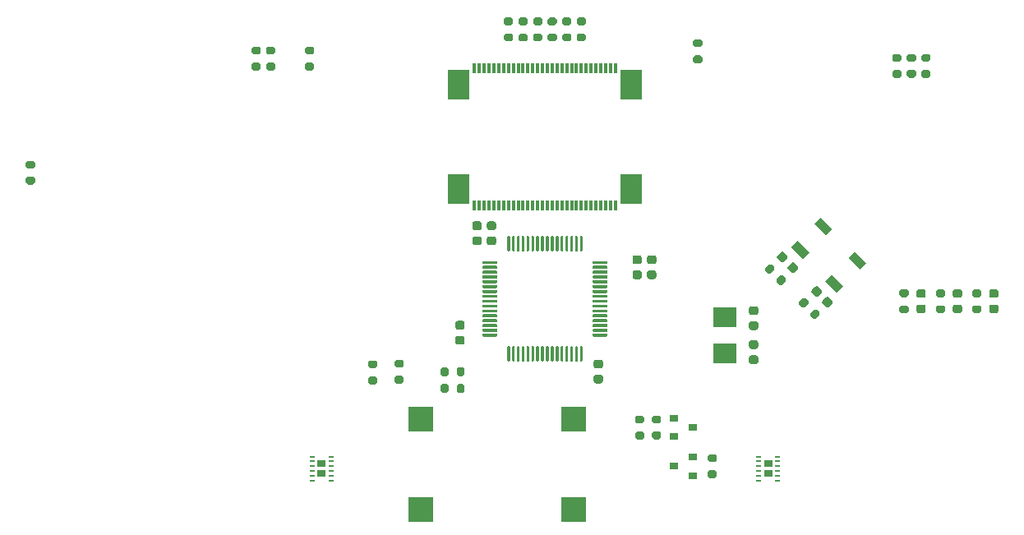
<source format=gbr>
%TF.GenerationSoftware,KiCad,Pcbnew,(5.1.7)-1*%
%TF.CreationDate,2021-05-04T00:49:10+02:00*%
%TF.ProjectId,Kaszmir,4b61737a-6d69-4722-9e6b-696361645f70,rev?*%
%TF.SameCoordinates,Original*%
%TF.FileFunction,Paste,Top*%
%TF.FilePolarity,Positive*%
%FSLAX46Y46*%
G04 Gerber Fmt 4.6, Leading zero omitted, Abs format (unit mm)*
G04 Created by KiCad (PCBNEW (5.1.7)-1) date 2021-05-04 00:49:10*
%MOMM*%
%LPD*%
G01*
G04 APERTURE LIST*
%ADD10R,0.300000X1.100000*%
%ADD11R,2.300000X3.100000*%
%ADD12R,0.950000X0.800000*%
%ADD13R,0.500000X0.250000*%
%ADD14R,2.400000X2.000000*%
%ADD15C,0.150000*%
%ADD16R,0.900000X0.800000*%
%ADD17R,2.540000X2.540000*%
G04 APERTURE END LIST*
%TO.C,R2*%
G36*
G01*
X111475000Y-112775000D02*
X112025000Y-112775000D01*
G75*
G02*
X112225000Y-112975000I0J-200000D01*
G01*
X112225000Y-113375000D01*
G75*
G02*
X112025000Y-113575000I-200000J0D01*
G01*
X111475000Y-113575000D01*
G75*
G02*
X111275000Y-113375000I0J200000D01*
G01*
X111275000Y-112975000D01*
G75*
G02*
X111475000Y-112775000I200000J0D01*
G01*
G37*
G36*
G01*
X111475000Y-114425000D02*
X112025000Y-114425000D01*
G75*
G02*
X112225000Y-114625000I0J-200000D01*
G01*
X112225000Y-115025000D01*
G75*
G02*
X112025000Y-115225000I-200000J0D01*
G01*
X111475000Y-115225000D01*
G75*
G02*
X111275000Y-115025000I0J200000D01*
G01*
X111275000Y-114625000D01*
G75*
G02*
X111475000Y-114425000I200000J0D01*
G01*
G37*
%TD*%
D10*
%TO.C,J1*%
X88750000Y-115750000D03*
X89250000Y-115750000D03*
X89750000Y-115750000D03*
X90250000Y-115750000D03*
X90750000Y-115750000D03*
X91250000Y-115750000D03*
D11*
X104920000Y-117450000D03*
X87080000Y-117450000D03*
D10*
X91750000Y-115750000D03*
X92250000Y-115750000D03*
X92750000Y-115750000D03*
X93250000Y-115750000D03*
X93750000Y-115750000D03*
X94250000Y-115750000D03*
X94750000Y-115750000D03*
X95250000Y-115750000D03*
X95750000Y-115750000D03*
X96250000Y-115750000D03*
X96750000Y-115750000D03*
X97250000Y-115750000D03*
X97750000Y-115750000D03*
X98250000Y-115750000D03*
X98750000Y-115750000D03*
X99250000Y-115750000D03*
X99750000Y-115750000D03*
X100250000Y-115750000D03*
X100750000Y-115750000D03*
X101250000Y-115750000D03*
X101750000Y-115750000D03*
X102250000Y-115750000D03*
X102750000Y-115750000D03*
X103250000Y-115750000D03*
%TD*%
%TO.C,R4*%
G36*
G01*
X71475000Y-113525000D02*
X72025000Y-113525000D01*
G75*
G02*
X72225000Y-113725000I0J-200000D01*
G01*
X72225000Y-114125000D01*
G75*
G02*
X72025000Y-114325000I-200000J0D01*
G01*
X71475000Y-114325000D01*
G75*
G02*
X71275000Y-114125000I0J200000D01*
G01*
X71275000Y-113725000D01*
G75*
G02*
X71475000Y-113525000I200000J0D01*
G01*
G37*
G36*
G01*
X71475000Y-115175000D02*
X72025000Y-115175000D01*
G75*
G02*
X72225000Y-115375000I0J-200000D01*
G01*
X72225000Y-115775000D01*
G75*
G02*
X72025000Y-115975000I-200000J0D01*
G01*
X71475000Y-115975000D01*
G75*
G02*
X71275000Y-115775000I0J200000D01*
G01*
X71275000Y-115375000D01*
G75*
G02*
X71475000Y-115175000I200000J0D01*
G01*
G37*
%TD*%
%TO.C,R5*%
G36*
G01*
X42725000Y-125275000D02*
X43275000Y-125275000D01*
G75*
G02*
X43475000Y-125475000I0J-200000D01*
G01*
X43475000Y-125875000D01*
G75*
G02*
X43275000Y-126075000I-200000J0D01*
G01*
X42725000Y-126075000D01*
G75*
G02*
X42525000Y-125875000I0J200000D01*
G01*
X42525000Y-125475000D01*
G75*
G02*
X42725000Y-125275000I200000J0D01*
G01*
G37*
G36*
G01*
X42725000Y-126925000D02*
X43275000Y-126925000D01*
G75*
G02*
X43475000Y-127125000I0J-200000D01*
G01*
X43475000Y-127525000D01*
G75*
G02*
X43275000Y-127725000I-200000J0D01*
G01*
X42725000Y-127725000D01*
G75*
G02*
X42525000Y-127525000I0J200000D01*
G01*
X42525000Y-127125000D01*
G75*
G02*
X42725000Y-126925000I200000J0D01*
G01*
G37*
%TD*%
%TO.C,R6*%
G36*
G01*
X135525000Y-116725000D02*
X134975000Y-116725000D01*
G75*
G02*
X134775000Y-116525000I0J200000D01*
G01*
X134775000Y-116125000D01*
G75*
G02*
X134975000Y-115925000I200000J0D01*
G01*
X135525000Y-115925000D01*
G75*
G02*
X135725000Y-116125000I0J-200000D01*
G01*
X135725000Y-116525000D01*
G75*
G02*
X135525000Y-116725000I-200000J0D01*
G01*
G37*
G36*
G01*
X135525000Y-115075000D02*
X134975000Y-115075000D01*
G75*
G02*
X134775000Y-114875000I0J200000D01*
G01*
X134775000Y-114475000D01*
G75*
G02*
X134975000Y-114275000I200000J0D01*
G01*
X135525000Y-114275000D01*
G75*
G02*
X135725000Y-114475000I0J-200000D01*
G01*
X135725000Y-114875000D01*
G75*
G02*
X135525000Y-115075000I-200000J0D01*
G01*
G37*
%TD*%
%TO.C,R8*%
G36*
G01*
X99475000Y-110525000D02*
X100025000Y-110525000D01*
G75*
G02*
X100225000Y-110725000I0J-200000D01*
G01*
X100225000Y-111125000D01*
G75*
G02*
X100025000Y-111325000I-200000J0D01*
G01*
X99475000Y-111325000D01*
G75*
G02*
X99275000Y-111125000I0J200000D01*
G01*
X99275000Y-110725000D01*
G75*
G02*
X99475000Y-110525000I200000J0D01*
G01*
G37*
G36*
G01*
X99475000Y-112175000D02*
X100025000Y-112175000D01*
G75*
G02*
X100225000Y-112375000I0J-200000D01*
G01*
X100225000Y-112775000D01*
G75*
G02*
X100025000Y-112975000I-200000J0D01*
G01*
X99475000Y-112975000D01*
G75*
G02*
X99275000Y-112775000I0J200000D01*
G01*
X99275000Y-112375000D01*
G75*
G02*
X99475000Y-112175000I200000J0D01*
G01*
G37*
%TD*%
%TO.C,R7*%
G36*
G01*
X132525000Y-116725000D02*
X131975000Y-116725000D01*
G75*
G02*
X131775000Y-116525000I0J200000D01*
G01*
X131775000Y-116125000D01*
G75*
G02*
X131975000Y-115925000I200000J0D01*
G01*
X132525000Y-115925000D01*
G75*
G02*
X132725000Y-116125000I0J-200000D01*
G01*
X132725000Y-116525000D01*
G75*
G02*
X132525000Y-116725000I-200000J0D01*
G01*
G37*
G36*
G01*
X132525000Y-115075000D02*
X131975000Y-115075000D01*
G75*
G02*
X131775000Y-114875000I0J200000D01*
G01*
X131775000Y-114475000D01*
G75*
G02*
X131975000Y-114275000I200000J0D01*
G01*
X132525000Y-114275000D01*
G75*
G02*
X132725000Y-114475000I0J-200000D01*
G01*
X132725000Y-114875000D01*
G75*
G02*
X132525000Y-115075000I-200000J0D01*
G01*
G37*
%TD*%
%TO.C,R10*%
G36*
G01*
X96475000Y-110525000D02*
X97025000Y-110525000D01*
G75*
G02*
X97225000Y-110725000I0J-200000D01*
G01*
X97225000Y-111125000D01*
G75*
G02*
X97025000Y-111325000I-200000J0D01*
G01*
X96475000Y-111325000D01*
G75*
G02*
X96275000Y-111125000I0J200000D01*
G01*
X96275000Y-110725000D01*
G75*
G02*
X96475000Y-110525000I200000J0D01*
G01*
G37*
G36*
G01*
X96475000Y-112175000D02*
X97025000Y-112175000D01*
G75*
G02*
X97225000Y-112375000I0J-200000D01*
G01*
X97225000Y-112775000D01*
G75*
G02*
X97025000Y-112975000I-200000J0D01*
G01*
X96475000Y-112975000D01*
G75*
G02*
X96275000Y-112775000I0J200000D01*
G01*
X96275000Y-112375000D01*
G75*
G02*
X96475000Y-112175000I200000J0D01*
G01*
G37*
%TD*%
%TO.C,R12*%
G36*
G01*
X93475000Y-110525000D02*
X94025000Y-110525000D01*
G75*
G02*
X94225000Y-110725000I0J-200000D01*
G01*
X94225000Y-111125000D01*
G75*
G02*
X94025000Y-111325000I-200000J0D01*
G01*
X93475000Y-111325000D01*
G75*
G02*
X93275000Y-111125000I0J200000D01*
G01*
X93275000Y-110725000D01*
G75*
G02*
X93475000Y-110525000I200000J0D01*
G01*
G37*
G36*
G01*
X93475000Y-112175000D02*
X94025000Y-112175000D01*
G75*
G02*
X94225000Y-112375000I0J-200000D01*
G01*
X94225000Y-112775000D01*
G75*
G02*
X94025000Y-112975000I-200000J0D01*
G01*
X93475000Y-112975000D01*
G75*
G02*
X93275000Y-112775000I0J200000D01*
G01*
X93275000Y-112375000D01*
G75*
G02*
X93475000Y-112175000I200000J0D01*
G01*
G37*
%TD*%
%TO.C,R13*%
G36*
G01*
X91975000Y-110525000D02*
X92525000Y-110525000D01*
G75*
G02*
X92725000Y-110725000I0J-200000D01*
G01*
X92725000Y-111125000D01*
G75*
G02*
X92525000Y-111325000I-200000J0D01*
G01*
X91975000Y-111325000D01*
G75*
G02*
X91775000Y-111125000I0J200000D01*
G01*
X91775000Y-110725000D01*
G75*
G02*
X91975000Y-110525000I200000J0D01*
G01*
G37*
G36*
G01*
X91975000Y-112175000D02*
X92525000Y-112175000D01*
G75*
G02*
X92725000Y-112375000I0J-200000D01*
G01*
X92725000Y-112775000D01*
G75*
G02*
X92525000Y-112975000I-200000J0D01*
G01*
X91975000Y-112975000D01*
G75*
G02*
X91775000Y-112775000I0J200000D01*
G01*
X91775000Y-112375000D01*
G75*
G02*
X91975000Y-112175000I200000J0D01*
G01*
G37*
%TD*%
%TO.C,R1*%
G36*
G01*
X133475000Y-114275000D02*
X134025000Y-114275000D01*
G75*
G02*
X134225000Y-114475000I0J-200000D01*
G01*
X134225000Y-114875000D01*
G75*
G02*
X134025000Y-115075000I-200000J0D01*
G01*
X133475000Y-115075000D01*
G75*
G02*
X133275000Y-114875000I0J200000D01*
G01*
X133275000Y-114475000D01*
G75*
G02*
X133475000Y-114275000I200000J0D01*
G01*
G37*
G36*
G01*
X133475000Y-115925000D02*
X134025000Y-115925000D01*
G75*
G02*
X134225000Y-116125000I0J-200000D01*
G01*
X134225000Y-116525000D01*
G75*
G02*
X134025000Y-116725000I-200000J0D01*
G01*
X133475000Y-116725000D01*
G75*
G02*
X133275000Y-116525000I0J200000D01*
G01*
X133275000Y-116125000D01*
G75*
G02*
X133475000Y-115925000I200000J0D01*
G01*
G37*
%TD*%
%TO.C,R9*%
G36*
G01*
X97975000Y-110525000D02*
X98525000Y-110525000D01*
G75*
G02*
X98725000Y-110725000I0J-200000D01*
G01*
X98725000Y-111125000D01*
G75*
G02*
X98525000Y-111325000I-200000J0D01*
G01*
X97975000Y-111325000D01*
G75*
G02*
X97775000Y-111125000I0J200000D01*
G01*
X97775000Y-110725000D01*
G75*
G02*
X97975000Y-110525000I200000J0D01*
G01*
G37*
G36*
G01*
X97975000Y-112175000D02*
X98525000Y-112175000D01*
G75*
G02*
X98725000Y-112375000I0J-200000D01*
G01*
X98725000Y-112775000D01*
G75*
G02*
X98525000Y-112975000I-200000J0D01*
G01*
X97975000Y-112975000D01*
G75*
G02*
X97775000Y-112775000I0J200000D01*
G01*
X97775000Y-112375000D01*
G75*
G02*
X97975000Y-112175000I200000J0D01*
G01*
G37*
%TD*%
%TO.C,R11*%
G36*
G01*
X94975000Y-110525000D02*
X95525000Y-110525000D01*
G75*
G02*
X95725000Y-110725000I0J-200000D01*
G01*
X95725000Y-111125000D01*
G75*
G02*
X95525000Y-111325000I-200000J0D01*
G01*
X94975000Y-111325000D01*
G75*
G02*
X94775000Y-111125000I0J200000D01*
G01*
X94775000Y-110725000D01*
G75*
G02*
X94975000Y-110525000I200000J0D01*
G01*
G37*
G36*
G01*
X94975000Y-112175000D02*
X95525000Y-112175000D01*
G75*
G02*
X95725000Y-112375000I0J-200000D01*
G01*
X95725000Y-112775000D01*
G75*
G02*
X95525000Y-112975000I-200000J0D01*
G01*
X94975000Y-112975000D01*
G75*
G02*
X94775000Y-112775000I0J200000D01*
G01*
X94775000Y-112375000D01*
G75*
G02*
X94975000Y-112175000I200000J0D01*
G01*
G37*
%TD*%
%TO.C,R15*%
G36*
G01*
X66525000Y-115975000D02*
X65975000Y-115975000D01*
G75*
G02*
X65775000Y-115775000I0J200000D01*
G01*
X65775000Y-115375000D01*
G75*
G02*
X65975000Y-115175000I200000J0D01*
G01*
X66525000Y-115175000D01*
G75*
G02*
X66725000Y-115375000I0J-200000D01*
G01*
X66725000Y-115775000D01*
G75*
G02*
X66525000Y-115975000I-200000J0D01*
G01*
G37*
G36*
G01*
X66525000Y-114325000D02*
X65975000Y-114325000D01*
G75*
G02*
X65775000Y-114125000I0J200000D01*
G01*
X65775000Y-113725000D01*
G75*
G02*
X65975000Y-113525000I200000J0D01*
G01*
X66525000Y-113525000D01*
G75*
G02*
X66725000Y-113725000I0J-200000D01*
G01*
X66725000Y-114125000D01*
G75*
G02*
X66525000Y-114325000I-200000J0D01*
G01*
G37*
%TD*%
%TO.C,R14*%
G36*
G01*
X68025000Y-115975000D02*
X67475000Y-115975000D01*
G75*
G02*
X67275000Y-115775000I0J200000D01*
G01*
X67275000Y-115375000D01*
G75*
G02*
X67475000Y-115175000I200000J0D01*
G01*
X68025000Y-115175000D01*
G75*
G02*
X68225000Y-115375000I0J-200000D01*
G01*
X68225000Y-115775000D01*
G75*
G02*
X68025000Y-115975000I-200000J0D01*
G01*
G37*
G36*
G01*
X68025000Y-114325000D02*
X67475000Y-114325000D01*
G75*
G02*
X67275000Y-114125000I0J200000D01*
G01*
X67275000Y-113725000D01*
G75*
G02*
X67475000Y-113525000I200000J0D01*
G01*
X68025000Y-113525000D01*
G75*
G02*
X68225000Y-113725000I0J-200000D01*
G01*
X68225000Y-114125000D01*
G75*
G02*
X68025000Y-114325000I-200000J0D01*
G01*
G37*
%TD*%
%TO.C,C12*%
G36*
G01*
X106750000Y-136575000D02*
X107250000Y-136575000D01*
G75*
G02*
X107475000Y-136800000I0J-225000D01*
G01*
X107475000Y-137250000D01*
G75*
G02*
X107250000Y-137475000I-225000J0D01*
G01*
X106750000Y-137475000D01*
G75*
G02*
X106525000Y-137250000I0J225000D01*
G01*
X106525000Y-136800000D01*
G75*
G02*
X106750000Y-136575000I225000J0D01*
G01*
G37*
G36*
G01*
X106750000Y-135025000D02*
X107250000Y-135025000D01*
G75*
G02*
X107475000Y-135250000I0J-225000D01*
G01*
X107475000Y-135700000D01*
G75*
G02*
X107250000Y-135925000I-225000J0D01*
G01*
X106750000Y-135925000D01*
G75*
G02*
X106525000Y-135700000I0J225000D01*
G01*
X106525000Y-135250000D01*
G75*
G02*
X106750000Y-135025000I225000J0D01*
G01*
G37*
%TD*%
%TO.C,C11*%
G36*
G01*
X105250000Y-136575000D02*
X105750000Y-136575000D01*
G75*
G02*
X105975000Y-136800000I0J-225000D01*
G01*
X105975000Y-137250000D01*
G75*
G02*
X105750000Y-137475000I-225000J0D01*
G01*
X105250000Y-137475000D01*
G75*
G02*
X105025000Y-137250000I0J225000D01*
G01*
X105025000Y-136800000D01*
G75*
G02*
X105250000Y-136575000I225000J0D01*
G01*
G37*
G36*
G01*
X105250000Y-135025000D02*
X105750000Y-135025000D01*
G75*
G02*
X105975000Y-135250000I0J-225000D01*
G01*
X105975000Y-135700000D01*
G75*
G02*
X105750000Y-135925000I-225000J0D01*
G01*
X105250000Y-135925000D01*
G75*
G02*
X105025000Y-135700000I0J225000D01*
G01*
X105025000Y-135250000D01*
G75*
G02*
X105250000Y-135025000I225000J0D01*
G01*
G37*
%TD*%
%TO.C,C9*%
G36*
G01*
X101250000Y-147325000D02*
X101750000Y-147325000D01*
G75*
G02*
X101975000Y-147550000I0J-225000D01*
G01*
X101975000Y-148000000D01*
G75*
G02*
X101750000Y-148225000I-225000J0D01*
G01*
X101250000Y-148225000D01*
G75*
G02*
X101025000Y-148000000I0J225000D01*
G01*
X101025000Y-147550000D01*
G75*
G02*
X101250000Y-147325000I225000J0D01*
G01*
G37*
G36*
G01*
X101250000Y-145775000D02*
X101750000Y-145775000D01*
G75*
G02*
X101975000Y-146000000I0J-225000D01*
G01*
X101975000Y-146450000D01*
G75*
G02*
X101750000Y-146675000I-225000J0D01*
G01*
X101250000Y-146675000D01*
G75*
G02*
X101025000Y-146450000I0J225000D01*
G01*
X101025000Y-146000000D01*
G75*
G02*
X101250000Y-145775000I225000J0D01*
G01*
G37*
%TD*%
%TO.C,C8*%
G36*
G01*
X90750000Y-132425000D02*
X90250000Y-132425000D01*
G75*
G02*
X90025000Y-132200000I0J225000D01*
G01*
X90025000Y-131750000D01*
G75*
G02*
X90250000Y-131525000I225000J0D01*
G01*
X90750000Y-131525000D01*
G75*
G02*
X90975000Y-131750000I0J-225000D01*
G01*
X90975000Y-132200000D01*
G75*
G02*
X90750000Y-132425000I-225000J0D01*
G01*
G37*
G36*
G01*
X90750000Y-133975000D02*
X90250000Y-133975000D01*
G75*
G02*
X90025000Y-133750000I0J225000D01*
G01*
X90025000Y-133300000D01*
G75*
G02*
X90250000Y-133075000I225000J0D01*
G01*
X90750000Y-133075000D01*
G75*
G02*
X90975000Y-133300000I0J-225000D01*
G01*
X90975000Y-133750000D01*
G75*
G02*
X90750000Y-133975000I-225000J0D01*
G01*
G37*
%TD*%
%TO.C,C7*%
G36*
G01*
X87500000Y-142675000D02*
X87000000Y-142675000D01*
G75*
G02*
X86775000Y-142450000I0J225000D01*
G01*
X86775000Y-142000000D01*
G75*
G02*
X87000000Y-141775000I225000J0D01*
G01*
X87500000Y-141775000D01*
G75*
G02*
X87725000Y-142000000I0J-225000D01*
G01*
X87725000Y-142450000D01*
G75*
G02*
X87500000Y-142675000I-225000J0D01*
G01*
G37*
G36*
G01*
X87500000Y-144225000D02*
X87000000Y-144225000D01*
G75*
G02*
X86775000Y-144000000I0J225000D01*
G01*
X86775000Y-143550000D01*
G75*
G02*
X87000000Y-143325000I225000J0D01*
G01*
X87500000Y-143325000D01*
G75*
G02*
X87725000Y-143550000I0J-225000D01*
G01*
X87725000Y-144000000D01*
G75*
G02*
X87500000Y-144225000I-225000J0D01*
G01*
G37*
%TD*%
%TO.C,C13*%
G36*
G01*
X89250000Y-132425000D02*
X88750000Y-132425000D01*
G75*
G02*
X88525000Y-132200000I0J225000D01*
G01*
X88525000Y-131750000D01*
G75*
G02*
X88750000Y-131525000I225000J0D01*
G01*
X89250000Y-131525000D01*
G75*
G02*
X89475000Y-131750000I0J-225000D01*
G01*
X89475000Y-132200000D01*
G75*
G02*
X89250000Y-132425000I-225000J0D01*
G01*
G37*
G36*
G01*
X89250000Y-133975000D02*
X88750000Y-133975000D01*
G75*
G02*
X88525000Y-133750000I0J225000D01*
G01*
X88525000Y-133300000D01*
G75*
G02*
X88750000Y-133075000I225000J0D01*
G01*
X89250000Y-133075000D01*
G75*
G02*
X89475000Y-133300000I0J-225000D01*
G01*
X89475000Y-133750000D01*
G75*
G02*
X89250000Y-133975000I-225000J0D01*
G01*
G37*
%TD*%
D12*
%TO.C,U1*%
X119000000Y-156500000D03*
X119000000Y-157500000D03*
D13*
X118050000Y-158250000D03*
X118050000Y-157750000D03*
X118050000Y-157250000D03*
X118050000Y-156750000D03*
X118050000Y-156250000D03*
X118050000Y-155750000D03*
X119950000Y-155750000D03*
X119950000Y-156250000D03*
X119950000Y-156750000D03*
X119950000Y-157250000D03*
X119950000Y-157750000D03*
X119950000Y-158250000D03*
%TD*%
D12*
%TO.C,U3*%
X73000000Y-157500000D03*
X73000000Y-156500000D03*
D13*
X73950000Y-155750000D03*
X73950000Y-156250000D03*
X73950000Y-156750000D03*
X73950000Y-157250000D03*
X73950000Y-157750000D03*
X73950000Y-158250000D03*
X72050000Y-158250000D03*
X72050000Y-157750000D03*
X72050000Y-157250000D03*
X72050000Y-156750000D03*
X72050000Y-156250000D03*
X72050000Y-155750000D03*
%TD*%
%TO.C,R13*%
G36*
G01*
X107775000Y-152325000D02*
X107225000Y-152325000D01*
G75*
G02*
X107025000Y-152125000I0J200000D01*
G01*
X107025000Y-151725000D01*
G75*
G02*
X107225000Y-151525000I200000J0D01*
G01*
X107775000Y-151525000D01*
G75*
G02*
X107975000Y-151725000I0J-200000D01*
G01*
X107975000Y-152125000D01*
G75*
G02*
X107775000Y-152325000I-200000J0D01*
G01*
G37*
G36*
G01*
X107775000Y-153975000D02*
X107225000Y-153975000D01*
G75*
G02*
X107025000Y-153775000I0J200000D01*
G01*
X107025000Y-153375000D01*
G75*
G02*
X107225000Y-153175000I200000J0D01*
G01*
X107775000Y-153175000D01*
G75*
G02*
X107975000Y-153375000I0J-200000D01*
G01*
X107975000Y-153775000D01*
G75*
G02*
X107775000Y-153975000I-200000J0D01*
G01*
G37*
%TD*%
D14*
%TO.C,Y1*%
X114500000Y-145100000D03*
X114500000Y-141400000D03*
%TD*%
%TO.C,U2*%
G36*
G01*
X99900000Y-144475000D02*
X99900000Y-145875000D01*
G75*
G02*
X99825000Y-145950000I-75000J0D01*
G01*
X99675000Y-145950000D01*
G75*
G02*
X99600000Y-145875000I0J75000D01*
G01*
X99600000Y-144475000D01*
G75*
G02*
X99675000Y-144400000I75000J0D01*
G01*
X99825000Y-144400000D01*
G75*
G02*
X99900000Y-144475000I0J-75000D01*
G01*
G37*
G36*
G01*
X99400000Y-144475000D02*
X99400000Y-145875000D01*
G75*
G02*
X99325000Y-145950000I-75000J0D01*
G01*
X99175000Y-145950000D01*
G75*
G02*
X99100000Y-145875000I0J75000D01*
G01*
X99100000Y-144475000D01*
G75*
G02*
X99175000Y-144400000I75000J0D01*
G01*
X99325000Y-144400000D01*
G75*
G02*
X99400000Y-144475000I0J-75000D01*
G01*
G37*
G36*
G01*
X98900000Y-144475000D02*
X98900000Y-145875000D01*
G75*
G02*
X98825000Y-145950000I-75000J0D01*
G01*
X98675000Y-145950000D01*
G75*
G02*
X98600000Y-145875000I0J75000D01*
G01*
X98600000Y-144475000D01*
G75*
G02*
X98675000Y-144400000I75000J0D01*
G01*
X98825000Y-144400000D01*
G75*
G02*
X98900000Y-144475000I0J-75000D01*
G01*
G37*
G36*
G01*
X98400000Y-144475000D02*
X98400000Y-145875000D01*
G75*
G02*
X98325000Y-145950000I-75000J0D01*
G01*
X98175000Y-145950000D01*
G75*
G02*
X98100000Y-145875000I0J75000D01*
G01*
X98100000Y-144475000D01*
G75*
G02*
X98175000Y-144400000I75000J0D01*
G01*
X98325000Y-144400000D01*
G75*
G02*
X98400000Y-144475000I0J-75000D01*
G01*
G37*
G36*
G01*
X97900000Y-144475000D02*
X97900000Y-145875000D01*
G75*
G02*
X97825000Y-145950000I-75000J0D01*
G01*
X97675000Y-145950000D01*
G75*
G02*
X97600000Y-145875000I0J75000D01*
G01*
X97600000Y-144475000D01*
G75*
G02*
X97675000Y-144400000I75000J0D01*
G01*
X97825000Y-144400000D01*
G75*
G02*
X97900000Y-144475000I0J-75000D01*
G01*
G37*
G36*
G01*
X97400000Y-144475000D02*
X97400000Y-145875000D01*
G75*
G02*
X97325000Y-145950000I-75000J0D01*
G01*
X97175000Y-145950000D01*
G75*
G02*
X97100000Y-145875000I0J75000D01*
G01*
X97100000Y-144475000D01*
G75*
G02*
X97175000Y-144400000I75000J0D01*
G01*
X97325000Y-144400000D01*
G75*
G02*
X97400000Y-144475000I0J-75000D01*
G01*
G37*
G36*
G01*
X96900000Y-144475000D02*
X96900000Y-145875000D01*
G75*
G02*
X96825000Y-145950000I-75000J0D01*
G01*
X96675000Y-145950000D01*
G75*
G02*
X96600000Y-145875000I0J75000D01*
G01*
X96600000Y-144475000D01*
G75*
G02*
X96675000Y-144400000I75000J0D01*
G01*
X96825000Y-144400000D01*
G75*
G02*
X96900000Y-144475000I0J-75000D01*
G01*
G37*
G36*
G01*
X96400000Y-144475000D02*
X96400000Y-145875000D01*
G75*
G02*
X96325000Y-145950000I-75000J0D01*
G01*
X96175000Y-145950000D01*
G75*
G02*
X96100000Y-145875000I0J75000D01*
G01*
X96100000Y-144475000D01*
G75*
G02*
X96175000Y-144400000I75000J0D01*
G01*
X96325000Y-144400000D01*
G75*
G02*
X96400000Y-144475000I0J-75000D01*
G01*
G37*
G36*
G01*
X95900000Y-144475000D02*
X95900000Y-145875000D01*
G75*
G02*
X95825000Y-145950000I-75000J0D01*
G01*
X95675000Y-145950000D01*
G75*
G02*
X95600000Y-145875000I0J75000D01*
G01*
X95600000Y-144475000D01*
G75*
G02*
X95675000Y-144400000I75000J0D01*
G01*
X95825000Y-144400000D01*
G75*
G02*
X95900000Y-144475000I0J-75000D01*
G01*
G37*
G36*
G01*
X95400000Y-144475000D02*
X95400000Y-145875000D01*
G75*
G02*
X95325000Y-145950000I-75000J0D01*
G01*
X95175000Y-145950000D01*
G75*
G02*
X95100000Y-145875000I0J75000D01*
G01*
X95100000Y-144475000D01*
G75*
G02*
X95175000Y-144400000I75000J0D01*
G01*
X95325000Y-144400000D01*
G75*
G02*
X95400000Y-144475000I0J-75000D01*
G01*
G37*
G36*
G01*
X94900000Y-144475000D02*
X94900000Y-145875000D01*
G75*
G02*
X94825000Y-145950000I-75000J0D01*
G01*
X94675000Y-145950000D01*
G75*
G02*
X94600000Y-145875000I0J75000D01*
G01*
X94600000Y-144475000D01*
G75*
G02*
X94675000Y-144400000I75000J0D01*
G01*
X94825000Y-144400000D01*
G75*
G02*
X94900000Y-144475000I0J-75000D01*
G01*
G37*
G36*
G01*
X94400000Y-144475000D02*
X94400000Y-145875000D01*
G75*
G02*
X94325000Y-145950000I-75000J0D01*
G01*
X94175000Y-145950000D01*
G75*
G02*
X94100000Y-145875000I0J75000D01*
G01*
X94100000Y-144475000D01*
G75*
G02*
X94175000Y-144400000I75000J0D01*
G01*
X94325000Y-144400000D01*
G75*
G02*
X94400000Y-144475000I0J-75000D01*
G01*
G37*
G36*
G01*
X93900000Y-144475000D02*
X93900000Y-145875000D01*
G75*
G02*
X93825000Y-145950000I-75000J0D01*
G01*
X93675000Y-145950000D01*
G75*
G02*
X93600000Y-145875000I0J75000D01*
G01*
X93600000Y-144475000D01*
G75*
G02*
X93675000Y-144400000I75000J0D01*
G01*
X93825000Y-144400000D01*
G75*
G02*
X93900000Y-144475000I0J-75000D01*
G01*
G37*
G36*
G01*
X93400000Y-144475000D02*
X93400000Y-145875000D01*
G75*
G02*
X93325000Y-145950000I-75000J0D01*
G01*
X93175000Y-145950000D01*
G75*
G02*
X93100000Y-145875000I0J75000D01*
G01*
X93100000Y-144475000D01*
G75*
G02*
X93175000Y-144400000I75000J0D01*
G01*
X93325000Y-144400000D01*
G75*
G02*
X93400000Y-144475000I0J-75000D01*
G01*
G37*
G36*
G01*
X92900000Y-144475000D02*
X92900000Y-145875000D01*
G75*
G02*
X92825000Y-145950000I-75000J0D01*
G01*
X92675000Y-145950000D01*
G75*
G02*
X92600000Y-145875000I0J75000D01*
G01*
X92600000Y-144475000D01*
G75*
G02*
X92675000Y-144400000I75000J0D01*
G01*
X92825000Y-144400000D01*
G75*
G02*
X92900000Y-144475000I0J-75000D01*
G01*
G37*
G36*
G01*
X92400000Y-144475000D02*
X92400000Y-145875000D01*
G75*
G02*
X92325000Y-145950000I-75000J0D01*
G01*
X92175000Y-145950000D01*
G75*
G02*
X92100000Y-145875000I0J75000D01*
G01*
X92100000Y-144475000D01*
G75*
G02*
X92175000Y-144400000I75000J0D01*
G01*
X92325000Y-144400000D01*
G75*
G02*
X92400000Y-144475000I0J-75000D01*
G01*
G37*
G36*
G01*
X91100000Y-143175000D02*
X91100000Y-143325000D01*
G75*
G02*
X91025000Y-143400000I-75000J0D01*
G01*
X89625000Y-143400000D01*
G75*
G02*
X89550000Y-143325000I0J75000D01*
G01*
X89550000Y-143175000D01*
G75*
G02*
X89625000Y-143100000I75000J0D01*
G01*
X91025000Y-143100000D01*
G75*
G02*
X91100000Y-143175000I0J-75000D01*
G01*
G37*
G36*
G01*
X91100000Y-142675000D02*
X91100000Y-142825000D01*
G75*
G02*
X91025000Y-142900000I-75000J0D01*
G01*
X89625000Y-142900000D01*
G75*
G02*
X89550000Y-142825000I0J75000D01*
G01*
X89550000Y-142675000D01*
G75*
G02*
X89625000Y-142600000I75000J0D01*
G01*
X91025000Y-142600000D01*
G75*
G02*
X91100000Y-142675000I0J-75000D01*
G01*
G37*
G36*
G01*
X91100000Y-142175000D02*
X91100000Y-142325000D01*
G75*
G02*
X91025000Y-142400000I-75000J0D01*
G01*
X89625000Y-142400000D01*
G75*
G02*
X89550000Y-142325000I0J75000D01*
G01*
X89550000Y-142175000D01*
G75*
G02*
X89625000Y-142100000I75000J0D01*
G01*
X91025000Y-142100000D01*
G75*
G02*
X91100000Y-142175000I0J-75000D01*
G01*
G37*
G36*
G01*
X91100000Y-141675000D02*
X91100000Y-141825000D01*
G75*
G02*
X91025000Y-141900000I-75000J0D01*
G01*
X89625000Y-141900000D01*
G75*
G02*
X89550000Y-141825000I0J75000D01*
G01*
X89550000Y-141675000D01*
G75*
G02*
X89625000Y-141600000I75000J0D01*
G01*
X91025000Y-141600000D01*
G75*
G02*
X91100000Y-141675000I0J-75000D01*
G01*
G37*
G36*
G01*
X91100000Y-141175000D02*
X91100000Y-141325000D01*
G75*
G02*
X91025000Y-141400000I-75000J0D01*
G01*
X89625000Y-141400000D01*
G75*
G02*
X89550000Y-141325000I0J75000D01*
G01*
X89550000Y-141175000D01*
G75*
G02*
X89625000Y-141100000I75000J0D01*
G01*
X91025000Y-141100000D01*
G75*
G02*
X91100000Y-141175000I0J-75000D01*
G01*
G37*
G36*
G01*
X91100000Y-140675000D02*
X91100000Y-140825000D01*
G75*
G02*
X91025000Y-140900000I-75000J0D01*
G01*
X89625000Y-140900000D01*
G75*
G02*
X89550000Y-140825000I0J75000D01*
G01*
X89550000Y-140675000D01*
G75*
G02*
X89625000Y-140600000I75000J0D01*
G01*
X91025000Y-140600000D01*
G75*
G02*
X91100000Y-140675000I0J-75000D01*
G01*
G37*
G36*
G01*
X91100000Y-140175000D02*
X91100000Y-140325000D01*
G75*
G02*
X91025000Y-140400000I-75000J0D01*
G01*
X89625000Y-140400000D01*
G75*
G02*
X89550000Y-140325000I0J75000D01*
G01*
X89550000Y-140175000D01*
G75*
G02*
X89625000Y-140100000I75000J0D01*
G01*
X91025000Y-140100000D01*
G75*
G02*
X91100000Y-140175000I0J-75000D01*
G01*
G37*
G36*
G01*
X91100000Y-139675000D02*
X91100000Y-139825000D01*
G75*
G02*
X91025000Y-139900000I-75000J0D01*
G01*
X89625000Y-139900000D01*
G75*
G02*
X89550000Y-139825000I0J75000D01*
G01*
X89550000Y-139675000D01*
G75*
G02*
X89625000Y-139600000I75000J0D01*
G01*
X91025000Y-139600000D01*
G75*
G02*
X91100000Y-139675000I0J-75000D01*
G01*
G37*
G36*
G01*
X91100000Y-139175000D02*
X91100000Y-139325000D01*
G75*
G02*
X91025000Y-139400000I-75000J0D01*
G01*
X89625000Y-139400000D01*
G75*
G02*
X89550000Y-139325000I0J75000D01*
G01*
X89550000Y-139175000D01*
G75*
G02*
X89625000Y-139100000I75000J0D01*
G01*
X91025000Y-139100000D01*
G75*
G02*
X91100000Y-139175000I0J-75000D01*
G01*
G37*
G36*
G01*
X91100000Y-138675000D02*
X91100000Y-138825000D01*
G75*
G02*
X91025000Y-138900000I-75000J0D01*
G01*
X89625000Y-138900000D01*
G75*
G02*
X89550000Y-138825000I0J75000D01*
G01*
X89550000Y-138675000D01*
G75*
G02*
X89625000Y-138600000I75000J0D01*
G01*
X91025000Y-138600000D01*
G75*
G02*
X91100000Y-138675000I0J-75000D01*
G01*
G37*
G36*
G01*
X91100000Y-138175000D02*
X91100000Y-138325000D01*
G75*
G02*
X91025000Y-138400000I-75000J0D01*
G01*
X89625000Y-138400000D01*
G75*
G02*
X89550000Y-138325000I0J75000D01*
G01*
X89550000Y-138175000D01*
G75*
G02*
X89625000Y-138100000I75000J0D01*
G01*
X91025000Y-138100000D01*
G75*
G02*
X91100000Y-138175000I0J-75000D01*
G01*
G37*
G36*
G01*
X91100000Y-137675000D02*
X91100000Y-137825000D01*
G75*
G02*
X91025000Y-137900000I-75000J0D01*
G01*
X89625000Y-137900000D01*
G75*
G02*
X89550000Y-137825000I0J75000D01*
G01*
X89550000Y-137675000D01*
G75*
G02*
X89625000Y-137600000I75000J0D01*
G01*
X91025000Y-137600000D01*
G75*
G02*
X91100000Y-137675000I0J-75000D01*
G01*
G37*
G36*
G01*
X91100000Y-137175000D02*
X91100000Y-137325000D01*
G75*
G02*
X91025000Y-137400000I-75000J0D01*
G01*
X89625000Y-137400000D01*
G75*
G02*
X89550000Y-137325000I0J75000D01*
G01*
X89550000Y-137175000D01*
G75*
G02*
X89625000Y-137100000I75000J0D01*
G01*
X91025000Y-137100000D01*
G75*
G02*
X91100000Y-137175000I0J-75000D01*
G01*
G37*
G36*
G01*
X91100000Y-136675000D02*
X91100000Y-136825000D01*
G75*
G02*
X91025000Y-136900000I-75000J0D01*
G01*
X89625000Y-136900000D01*
G75*
G02*
X89550000Y-136825000I0J75000D01*
G01*
X89550000Y-136675000D01*
G75*
G02*
X89625000Y-136600000I75000J0D01*
G01*
X91025000Y-136600000D01*
G75*
G02*
X91100000Y-136675000I0J-75000D01*
G01*
G37*
G36*
G01*
X91100000Y-136175000D02*
X91100000Y-136325000D01*
G75*
G02*
X91025000Y-136400000I-75000J0D01*
G01*
X89625000Y-136400000D01*
G75*
G02*
X89550000Y-136325000I0J75000D01*
G01*
X89550000Y-136175000D01*
G75*
G02*
X89625000Y-136100000I75000J0D01*
G01*
X91025000Y-136100000D01*
G75*
G02*
X91100000Y-136175000I0J-75000D01*
G01*
G37*
G36*
G01*
X91100000Y-135675000D02*
X91100000Y-135825000D01*
G75*
G02*
X91025000Y-135900000I-75000J0D01*
G01*
X89625000Y-135900000D01*
G75*
G02*
X89550000Y-135825000I0J75000D01*
G01*
X89550000Y-135675000D01*
G75*
G02*
X89625000Y-135600000I75000J0D01*
G01*
X91025000Y-135600000D01*
G75*
G02*
X91100000Y-135675000I0J-75000D01*
G01*
G37*
G36*
G01*
X92400000Y-133125000D02*
X92400000Y-134525000D01*
G75*
G02*
X92325000Y-134600000I-75000J0D01*
G01*
X92175000Y-134600000D01*
G75*
G02*
X92100000Y-134525000I0J75000D01*
G01*
X92100000Y-133125000D01*
G75*
G02*
X92175000Y-133050000I75000J0D01*
G01*
X92325000Y-133050000D01*
G75*
G02*
X92400000Y-133125000I0J-75000D01*
G01*
G37*
G36*
G01*
X92900000Y-133125000D02*
X92900000Y-134525000D01*
G75*
G02*
X92825000Y-134600000I-75000J0D01*
G01*
X92675000Y-134600000D01*
G75*
G02*
X92600000Y-134525000I0J75000D01*
G01*
X92600000Y-133125000D01*
G75*
G02*
X92675000Y-133050000I75000J0D01*
G01*
X92825000Y-133050000D01*
G75*
G02*
X92900000Y-133125000I0J-75000D01*
G01*
G37*
G36*
G01*
X93400000Y-133125000D02*
X93400000Y-134525000D01*
G75*
G02*
X93325000Y-134600000I-75000J0D01*
G01*
X93175000Y-134600000D01*
G75*
G02*
X93100000Y-134525000I0J75000D01*
G01*
X93100000Y-133125000D01*
G75*
G02*
X93175000Y-133050000I75000J0D01*
G01*
X93325000Y-133050000D01*
G75*
G02*
X93400000Y-133125000I0J-75000D01*
G01*
G37*
G36*
G01*
X93900000Y-133125000D02*
X93900000Y-134525000D01*
G75*
G02*
X93825000Y-134600000I-75000J0D01*
G01*
X93675000Y-134600000D01*
G75*
G02*
X93600000Y-134525000I0J75000D01*
G01*
X93600000Y-133125000D01*
G75*
G02*
X93675000Y-133050000I75000J0D01*
G01*
X93825000Y-133050000D01*
G75*
G02*
X93900000Y-133125000I0J-75000D01*
G01*
G37*
G36*
G01*
X94400000Y-133125000D02*
X94400000Y-134525000D01*
G75*
G02*
X94325000Y-134600000I-75000J0D01*
G01*
X94175000Y-134600000D01*
G75*
G02*
X94100000Y-134525000I0J75000D01*
G01*
X94100000Y-133125000D01*
G75*
G02*
X94175000Y-133050000I75000J0D01*
G01*
X94325000Y-133050000D01*
G75*
G02*
X94400000Y-133125000I0J-75000D01*
G01*
G37*
G36*
G01*
X94900000Y-133125000D02*
X94900000Y-134525000D01*
G75*
G02*
X94825000Y-134600000I-75000J0D01*
G01*
X94675000Y-134600000D01*
G75*
G02*
X94600000Y-134525000I0J75000D01*
G01*
X94600000Y-133125000D01*
G75*
G02*
X94675000Y-133050000I75000J0D01*
G01*
X94825000Y-133050000D01*
G75*
G02*
X94900000Y-133125000I0J-75000D01*
G01*
G37*
G36*
G01*
X95400000Y-133125000D02*
X95400000Y-134525000D01*
G75*
G02*
X95325000Y-134600000I-75000J0D01*
G01*
X95175000Y-134600000D01*
G75*
G02*
X95100000Y-134525000I0J75000D01*
G01*
X95100000Y-133125000D01*
G75*
G02*
X95175000Y-133050000I75000J0D01*
G01*
X95325000Y-133050000D01*
G75*
G02*
X95400000Y-133125000I0J-75000D01*
G01*
G37*
G36*
G01*
X95900000Y-133125000D02*
X95900000Y-134525000D01*
G75*
G02*
X95825000Y-134600000I-75000J0D01*
G01*
X95675000Y-134600000D01*
G75*
G02*
X95600000Y-134525000I0J75000D01*
G01*
X95600000Y-133125000D01*
G75*
G02*
X95675000Y-133050000I75000J0D01*
G01*
X95825000Y-133050000D01*
G75*
G02*
X95900000Y-133125000I0J-75000D01*
G01*
G37*
G36*
G01*
X96400000Y-133125000D02*
X96400000Y-134525000D01*
G75*
G02*
X96325000Y-134600000I-75000J0D01*
G01*
X96175000Y-134600000D01*
G75*
G02*
X96100000Y-134525000I0J75000D01*
G01*
X96100000Y-133125000D01*
G75*
G02*
X96175000Y-133050000I75000J0D01*
G01*
X96325000Y-133050000D01*
G75*
G02*
X96400000Y-133125000I0J-75000D01*
G01*
G37*
G36*
G01*
X96900000Y-133125000D02*
X96900000Y-134525000D01*
G75*
G02*
X96825000Y-134600000I-75000J0D01*
G01*
X96675000Y-134600000D01*
G75*
G02*
X96600000Y-134525000I0J75000D01*
G01*
X96600000Y-133125000D01*
G75*
G02*
X96675000Y-133050000I75000J0D01*
G01*
X96825000Y-133050000D01*
G75*
G02*
X96900000Y-133125000I0J-75000D01*
G01*
G37*
G36*
G01*
X97400000Y-133125000D02*
X97400000Y-134525000D01*
G75*
G02*
X97325000Y-134600000I-75000J0D01*
G01*
X97175000Y-134600000D01*
G75*
G02*
X97100000Y-134525000I0J75000D01*
G01*
X97100000Y-133125000D01*
G75*
G02*
X97175000Y-133050000I75000J0D01*
G01*
X97325000Y-133050000D01*
G75*
G02*
X97400000Y-133125000I0J-75000D01*
G01*
G37*
G36*
G01*
X97900000Y-133125000D02*
X97900000Y-134525000D01*
G75*
G02*
X97825000Y-134600000I-75000J0D01*
G01*
X97675000Y-134600000D01*
G75*
G02*
X97600000Y-134525000I0J75000D01*
G01*
X97600000Y-133125000D01*
G75*
G02*
X97675000Y-133050000I75000J0D01*
G01*
X97825000Y-133050000D01*
G75*
G02*
X97900000Y-133125000I0J-75000D01*
G01*
G37*
G36*
G01*
X98400000Y-133125000D02*
X98400000Y-134525000D01*
G75*
G02*
X98325000Y-134600000I-75000J0D01*
G01*
X98175000Y-134600000D01*
G75*
G02*
X98100000Y-134525000I0J75000D01*
G01*
X98100000Y-133125000D01*
G75*
G02*
X98175000Y-133050000I75000J0D01*
G01*
X98325000Y-133050000D01*
G75*
G02*
X98400000Y-133125000I0J-75000D01*
G01*
G37*
G36*
G01*
X98900000Y-133125000D02*
X98900000Y-134525000D01*
G75*
G02*
X98825000Y-134600000I-75000J0D01*
G01*
X98675000Y-134600000D01*
G75*
G02*
X98600000Y-134525000I0J75000D01*
G01*
X98600000Y-133125000D01*
G75*
G02*
X98675000Y-133050000I75000J0D01*
G01*
X98825000Y-133050000D01*
G75*
G02*
X98900000Y-133125000I0J-75000D01*
G01*
G37*
G36*
G01*
X99400000Y-133125000D02*
X99400000Y-134525000D01*
G75*
G02*
X99325000Y-134600000I-75000J0D01*
G01*
X99175000Y-134600000D01*
G75*
G02*
X99100000Y-134525000I0J75000D01*
G01*
X99100000Y-133125000D01*
G75*
G02*
X99175000Y-133050000I75000J0D01*
G01*
X99325000Y-133050000D01*
G75*
G02*
X99400000Y-133125000I0J-75000D01*
G01*
G37*
G36*
G01*
X99900000Y-133125000D02*
X99900000Y-134525000D01*
G75*
G02*
X99825000Y-134600000I-75000J0D01*
G01*
X99675000Y-134600000D01*
G75*
G02*
X99600000Y-134525000I0J75000D01*
G01*
X99600000Y-133125000D01*
G75*
G02*
X99675000Y-133050000I75000J0D01*
G01*
X99825000Y-133050000D01*
G75*
G02*
X99900000Y-133125000I0J-75000D01*
G01*
G37*
G36*
G01*
X102450000Y-135675000D02*
X102450000Y-135825000D01*
G75*
G02*
X102375000Y-135900000I-75000J0D01*
G01*
X100975000Y-135900000D01*
G75*
G02*
X100900000Y-135825000I0J75000D01*
G01*
X100900000Y-135675000D01*
G75*
G02*
X100975000Y-135600000I75000J0D01*
G01*
X102375000Y-135600000D01*
G75*
G02*
X102450000Y-135675000I0J-75000D01*
G01*
G37*
G36*
G01*
X102450000Y-136175000D02*
X102450000Y-136325000D01*
G75*
G02*
X102375000Y-136400000I-75000J0D01*
G01*
X100975000Y-136400000D01*
G75*
G02*
X100900000Y-136325000I0J75000D01*
G01*
X100900000Y-136175000D01*
G75*
G02*
X100975000Y-136100000I75000J0D01*
G01*
X102375000Y-136100000D01*
G75*
G02*
X102450000Y-136175000I0J-75000D01*
G01*
G37*
G36*
G01*
X102450000Y-136675000D02*
X102450000Y-136825000D01*
G75*
G02*
X102375000Y-136900000I-75000J0D01*
G01*
X100975000Y-136900000D01*
G75*
G02*
X100900000Y-136825000I0J75000D01*
G01*
X100900000Y-136675000D01*
G75*
G02*
X100975000Y-136600000I75000J0D01*
G01*
X102375000Y-136600000D01*
G75*
G02*
X102450000Y-136675000I0J-75000D01*
G01*
G37*
G36*
G01*
X102450000Y-137175000D02*
X102450000Y-137325000D01*
G75*
G02*
X102375000Y-137400000I-75000J0D01*
G01*
X100975000Y-137400000D01*
G75*
G02*
X100900000Y-137325000I0J75000D01*
G01*
X100900000Y-137175000D01*
G75*
G02*
X100975000Y-137100000I75000J0D01*
G01*
X102375000Y-137100000D01*
G75*
G02*
X102450000Y-137175000I0J-75000D01*
G01*
G37*
G36*
G01*
X102450000Y-137675000D02*
X102450000Y-137825000D01*
G75*
G02*
X102375000Y-137900000I-75000J0D01*
G01*
X100975000Y-137900000D01*
G75*
G02*
X100900000Y-137825000I0J75000D01*
G01*
X100900000Y-137675000D01*
G75*
G02*
X100975000Y-137600000I75000J0D01*
G01*
X102375000Y-137600000D01*
G75*
G02*
X102450000Y-137675000I0J-75000D01*
G01*
G37*
G36*
G01*
X102450000Y-138175000D02*
X102450000Y-138325000D01*
G75*
G02*
X102375000Y-138400000I-75000J0D01*
G01*
X100975000Y-138400000D01*
G75*
G02*
X100900000Y-138325000I0J75000D01*
G01*
X100900000Y-138175000D01*
G75*
G02*
X100975000Y-138100000I75000J0D01*
G01*
X102375000Y-138100000D01*
G75*
G02*
X102450000Y-138175000I0J-75000D01*
G01*
G37*
G36*
G01*
X102450000Y-138675000D02*
X102450000Y-138825000D01*
G75*
G02*
X102375000Y-138900000I-75000J0D01*
G01*
X100975000Y-138900000D01*
G75*
G02*
X100900000Y-138825000I0J75000D01*
G01*
X100900000Y-138675000D01*
G75*
G02*
X100975000Y-138600000I75000J0D01*
G01*
X102375000Y-138600000D01*
G75*
G02*
X102450000Y-138675000I0J-75000D01*
G01*
G37*
G36*
G01*
X102450000Y-139175000D02*
X102450000Y-139325000D01*
G75*
G02*
X102375000Y-139400000I-75000J0D01*
G01*
X100975000Y-139400000D01*
G75*
G02*
X100900000Y-139325000I0J75000D01*
G01*
X100900000Y-139175000D01*
G75*
G02*
X100975000Y-139100000I75000J0D01*
G01*
X102375000Y-139100000D01*
G75*
G02*
X102450000Y-139175000I0J-75000D01*
G01*
G37*
G36*
G01*
X102450000Y-139675000D02*
X102450000Y-139825000D01*
G75*
G02*
X102375000Y-139900000I-75000J0D01*
G01*
X100975000Y-139900000D01*
G75*
G02*
X100900000Y-139825000I0J75000D01*
G01*
X100900000Y-139675000D01*
G75*
G02*
X100975000Y-139600000I75000J0D01*
G01*
X102375000Y-139600000D01*
G75*
G02*
X102450000Y-139675000I0J-75000D01*
G01*
G37*
G36*
G01*
X102450000Y-140175000D02*
X102450000Y-140325000D01*
G75*
G02*
X102375000Y-140400000I-75000J0D01*
G01*
X100975000Y-140400000D01*
G75*
G02*
X100900000Y-140325000I0J75000D01*
G01*
X100900000Y-140175000D01*
G75*
G02*
X100975000Y-140100000I75000J0D01*
G01*
X102375000Y-140100000D01*
G75*
G02*
X102450000Y-140175000I0J-75000D01*
G01*
G37*
G36*
G01*
X102450000Y-140675000D02*
X102450000Y-140825000D01*
G75*
G02*
X102375000Y-140900000I-75000J0D01*
G01*
X100975000Y-140900000D01*
G75*
G02*
X100900000Y-140825000I0J75000D01*
G01*
X100900000Y-140675000D01*
G75*
G02*
X100975000Y-140600000I75000J0D01*
G01*
X102375000Y-140600000D01*
G75*
G02*
X102450000Y-140675000I0J-75000D01*
G01*
G37*
G36*
G01*
X102450000Y-141175000D02*
X102450000Y-141325000D01*
G75*
G02*
X102375000Y-141400000I-75000J0D01*
G01*
X100975000Y-141400000D01*
G75*
G02*
X100900000Y-141325000I0J75000D01*
G01*
X100900000Y-141175000D01*
G75*
G02*
X100975000Y-141100000I75000J0D01*
G01*
X102375000Y-141100000D01*
G75*
G02*
X102450000Y-141175000I0J-75000D01*
G01*
G37*
G36*
G01*
X102450000Y-141675000D02*
X102450000Y-141825000D01*
G75*
G02*
X102375000Y-141900000I-75000J0D01*
G01*
X100975000Y-141900000D01*
G75*
G02*
X100900000Y-141825000I0J75000D01*
G01*
X100900000Y-141675000D01*
G75*
G02*
X100975000Y-141600000I75000J0D01*
G01*
X102375000Y-141600000D01*
G75*
G02*
X102450000Y-141675000I0J-75000D01*
G01*
G37*
G36*
G01*
X102450000Y-142175000D02*
X102450000Y-142325000D01*
G75*
G02*
X102375000Y-142400000I-75000J0D01*
G01*
X100975000Y-142400000D01*
G75*
G02*
X100900000Y-142325000I0J75000D01*
G01*
X100900000Y-142175000D01*
G75*
G02*
X100975000Y-142100000I75000J0D01*
G01*
X102375000Y-142100000D01*
G75*
G02*
X102450000Y-142175000I0J-75000D01*
G01*
G37*
G36*
G01*
X102450000Y-142675000D02*
X102450000Y-142825000D01*
G75*
G02*
X102375000Y-142900000I-75000J0D01*
G01*
X100975000Y-142900000D01*
G75*
G02*
X100900000Y-142825000I0J75000D01*
G01*
X100900000Y-142675000D01*
G75*
G02*
X100975000Y-142600000I75000J0D01*
G01*
X102375000Y-142600000D01*
G75*
G02*
X102450000Y-142675000I0J-75000D01*
G01*
G37*
G36*
G01*
X102450000Y-143175000D02*
X102450000Y-143325000D01*
G75*
G02*
X102375000Y-143400000I-75000J0D01*
G01*
X100975000Y-143400000D01*
G75*
G02*
X100900000Y-143325000I0J75000D01*
G01*
X100900000Y-143175000D01*
G75*
G02*
X100975000Y-143100000I75000J0D01*
G01*
X102375000Y-143100000D01*
G75*
G02*
X102450000Y-143175000I0J-75000D01*
G01*
G37*
%TD*%
D15*
%TO.C,SW3*%
G36*
X122015075Y-133532843D02*
G01*
X123217157Y-134734925D01*
X122580761Y-135371321D01*
X121378679Y-134169239D01*
X122015075Y-133532843D01*
G37*
G36*
X124419239Y-131128679D02*
G01*
X125621321Y-132330761D01*
X124984925Y-132967157D01*
X123782843Y-131765075D01*
X124419239Y-131128679D01*
G37*
%TD*%
%TO.C,SW2*%
G36*
X125515075Y-137032843D02*
G01*
X126717157Y-138234925D01*
X126080761Y-138871321D01*
X124878679Y-137669239D01*
X125515075Y-137032843D01*
G37*
G36*
X127919239Y-134628679D02*
G01*
X129121321Y-135830761D01*
X128484925Y-136467157D01*
X127282843Y-135265075D01*
X127919239Y-134628679D01*
G37*
%TD*%
%TO.C,R11*%
G36*
G01*
X77975000Y-147500000D02*
X78525000Y-147500000D01*
G75*
G02*
X78725000Y-147700000I0J-200000D01*
G01*
X78725000Y-148100000D01*
G75*
G02*
X78525000Y-148300000I-200000J0D01*
G01*
X77975000Y-148300000D01*
G75*
G02*
X77775000Y-148100000I0J200000D01*
G01*
X77775000Y-147700000D01*
G75*
G02*
X77975000Y-147500000I200000J0D01*
G01*
G37*
G36*
G01*
X77975000Y-145850000D02*
X78525000Y-145850000D01*
G75*
G02*
X78725000Y-146050000I0J-200000D01*
G01*
X78725000Y-146450000D01*
G75*
G02*
X78525000Y-146650000I-200000J0D01*
G01*
X77975000Y-146650000D01*
G75*
G02*
X77775000Y-146450000I0J200000D01*
G01*
X77775000Y-146050000D01*
G75*
G02*
X77975000Y-145850000I200000J0D01*
G01*
G37*
%TD*%
%TO.C,R10*%
G36*
G01*
X80725000Y-147425000D02*
X81275000Y-147425000D01*
G75*
G02*
X81475000Y-147625000I0J-200000D01*
G01*
X81475000Y-148025000D01*
G75*
G02*
X81275000Y-148225000I-200000J0D01*
G01*
X80725000Y-148225000D01*
G75*
G02*
X80525000Y-148025000I0J200000D01*
G01*
X80525000Y-147625000D01*
G75*
G02*
X80725000Y-147425000I200000J0D01*
G01*
G37*
G36*
G01*
X80725000Y-145775000D02*
X81275000Y-145775000D01*
G75*
G02*
X81475000Y-145975000I0J-200000D01*
G01*
X81475000Y-146375000D01*
G75*
G02*
X81275000Y-146575000I-200000J0D01*
G01*
X80725000Y-146575000D01*
G75*
G02*
X80525000Y-146375000I0J200000D01*
G01*
X80525000Y-145975000D01*
G75*
G02*
X80725000Y-145775000I200000J0D01*
G01*
G37*
%TD*%
%TO.C,R9*%
G36*
G01*
X86075000Y-148475000D02*
X86075000Y-149025000D01*
G75*
G02*
X85875000Y-149225000I-200000J0D01*
G01*
X85475000Y-149225000D01*
G75*
G02*
X85275000Y-149025000I0J200000D01*
G01*
X85275000Y-148475000D01*
G75*
G02*
X85475000Y-148275000I200000J0D01*
G01*
X85875000Y-148275000D01*
G75*
G02*
X86075000Y-148475000I0J-200000D01*
G01*
G37*
G36*
G01*
X87725000Y-148475000D02*
X87725000Y-149025000D01*
G75*
G02*
X87525000Y-149225000I-200000J0D01*
G01*
X87125000Y-149225000D01*
G75*
G02*
X86925000Y-149025000I0J200000D01*
G01*
X86925000Y-148475000D01*
G75*
G02*
X87125000Y-148275000I200000J0D01*
G01*
X87525000Y-148275000D01*
G75*
G02*
X87725000Y-148475000I0J-200000D01*
G01*
G37*
%TD*%
%TO.C,R8*%
G36*
G01*
X86075000Y-146725000D02*
X86075000Y-147275000D01*
G75*
G02*
X85875000Y-147475000I-200000J0D01*
G01*
X85475000Y-147475000D01*
G75*
G02*
X85275000Y-147275000I0J200000D01*
G01*
X85275000Y-146725000D01*
G75*
G02*
X85475000Y-146525000I200000J0D01*
G01*
X85875000Y-146525000D01*
G75*
G02*
X86075000Y-146725000I0J-200000D01*
G01*
G37*
G36*
G01*
X87725000Y-146725000D02*
X87725000Y-147275000D01*
G75*
G02*
X87525000Y-147475000I-200000J0D01*
G01*
X87125000Y-147475000D01*
G75*
G02*
X86925000Y-147275000I0J200000D01*
G01*
X86925000Y-146725000D01*
G75*
G02*
X87125000Y-146525000I200000J0D01*
G01*
X87525000Y-146525000D01*
G75*
G02*
X87725000Y-146725000I0J-200000D01*
G01*
G37*
%TD*%
%TO.C,R7*%
G36*
G01*
X140775000Y-139325000D02*
X140225000Y-139325000D01*
G75*
G02*
X140025000Y-139125000I0J200000D01*
G01*
X140025000Y-138725000D01*
G75*
G02*
X140225000Y-138525000I200000J0D01*
G01*
X140775000Y-138525000D01*
G75*
G02*
X140975000Y-138725000I0J-200000D01*
G01*
X140975000Y-139125000D01*
G75*
G02*
X140775000Y-139325000I-200000J0D01*
G01*
G37*
G36*
G01*
X140775000Y-140975000D02*
X140225000Y-140975000D01*
G75*
G02*
X140025000Y-140775000I0J200000D01*
G01*
X140025000Y-140375000D01*
G75*
G02*
X140225000Y-140175000I200000J0D01*
G01*
X140775000Y-140175000D01*
G75*
G02*
X140975000Y-140375000I0J-200000D01*
G01*
X140975000Y-140775000D01*
G75*
G02*
X140775000Y-140975000I-200000J0D01*
G01*
G37*
%TD*%
%TO.C,R6*%
G36*
G01*
X137025000Y-139325000D02*
X136475000Y-139325000D01*
G75*
G02*
X136275000Y-139125000I0J200000D01*
G01*
X136275000Y-138725000D01*
G75*
G02*
X136475000Y-138525000I200000J0D01*
G01*
X137025000Y-138525000D01*
G75*
G02*
X137225000Y-138725000I0J-200000D01*
G01*
X137225000Y-139125000D01*
G75*
G02*
X137025000Y-139325000I-200000J0D01*
G01*
G37*
G36*
G01*
X137025000Y-140975000D02*
X136475000Y-140975000D01*
G75*
G02*
X136275000Y-140775000I0J200000D01*
G01*
X136275000Y-140375000D01*
G75*
G02*
X136475000Y-140175000I200000J0D01*
G01*
X137025000Y-140175000D01*
G75*
G02*
X137225000Y-140375000I0J-200000D01*
G01*
X137225000Y-140775000D01*
G75*
G02*
X137025000Y-140975000I-200000J0D01*
G01*
G37*
%TD*%
%TO.C,R5*%
G36*
G01*
X119856066Y-137494975D02*
X120244975Y-137106066D01*
G75*
G02*
X120527817Y-137106066I141421J-141421D01*
G01*
X120810660Y-137388909D01*
G75*
G02*
X120810660Y-137671751I-141421J-141421D01*
G01*
X120421751Y-138060660D01*
G75*
G02*
X120138909Y-138060660I-141421J141421D01*
G01*
X119856066Y-137777817D01*
G75*
G02*
X119856066Y-137494975I141421J141421D01*
G01*
G37*
G36*
G01*
X118689340Y-136328249D02*
X119078249Y-135939340D01*
G75*
G02*
X119361091Y-135939340I141421J-141421D01*
G01*
X119643934Y-136222183D01*
G75*
G02*
X119643934Y-136505025I-141421J-141421D01*
G01*
X119255025Y-136893934D01*
G75*
G02*
X118972183Y-136893934I-141421J141421D01*
G01*
X118689340Y-136611091D01*
G75*
G02*
X118689340Y-136328249I141421J141421D01*
G01*
G37*
%TD*%
%TO.C,R4*%
G36*
G01*
X123356066Y-140994975D02*
X123744975Y-140606066D01*
G75*
G02*
X124027817Y-140606066I141421J-141421D01*
G01*
X124310660Y-140888909D01*
G75*
G02*
X124310660Y-141171751I-141421J-141421D01*
G01*
X123921751Y-141560660D01*
G75*
G02*
X123638909Y-141560660I-141421J141421D01*
G01*
X123356066Y-141277817D01*
G75*
G02*
X123356066Y-140994975I141421J141421D01*
G01*
G37*
G36*
G01*
X122189340Y-139828249D02*
X122578249Y-139439340D01*
G75*
G02*
X122861091Y-139439340I141421J-141421D01*
G01*
X123143934Y-139722183D01*
G75*
G02*
X123143934Y-140005025I-141421J-141421D01*
G01*
X122755025Y-140393934D01*
G75*
G02*
X122472183Y-140393934I-141421J141421D01*
G01*
X122189340Y-140111091D01*
G75*
G02*
X122189340Y-139828249I141421J141421D01*
G01*
G37*
%TD*%
%TO.C,R3*%
G36*
G01*
X105475000Y-153175000D02*
X106025000Y-153175000D01*
G75*
G02*
X106225000Y-153375000I0J-200000D01*
G01*
X106225000Y-153775000D01*
G75*
G02*
X106025000Y-153975000I-200000J0D01*
G01*
X105475000Y-153975000D01*
G75*
G02*
X105275000Y-153775000I0J200000D01*
G01*
X105275000Y-153375000D01*
G75*
G02*
X105475000Y-153175000I200000J0D01*
G01*
G37*
G36*
G01*
X105475000Y-151525000D02*
X106025000Y-151525000D01*
G75*
G02*
X106225000Y-151725000I0J-200000D01*
G01*
X106225000Y-152125000D01*
G75*
G02*
X106025000Y-152325000I-200000J0D01*
G01*
X105475000Y-152325000D01*
G75*
G02*
X105275000Y-152125000I0J200000D01*
G01*
X105275000Y-151725000D01*
G75*
G02*
X105475000Y-151525000I200000J0D01*
G01*
G37*
%TD*%
%TO.C,R2*%
G36*
G01*
X113525000Y-156325000D02*
X112975000Y-156325000D01*
G75*
G02*
X112775000Y-156125000I0J200000D01*
G01*
X112775000Y-155725000D01*
G75*
G02*
X112975000Y-155525000I200000J0D01*
G01*
X113525000Y-155525000D01*
G75*
G02*
X113725000Y-155725000I0J-200000D01*
G01*
X113725000Y-156125000D01*
G75*
G02*
X113525000Y-156325000I-200000J0D01*
G01*
G37*
G36*
G01*
X113525000Y-157975000D02*
X112975000Y-157975000D01*
G75*
G02*
X112775000Y-157775000I0J200000D01*
G01*
X112775000Y-157375000D01*
G75*
G02*
X112975000Y-157175000I200000J0D01*
G01*
X113525000Y-157175000D01*
G75*
G02*
X113725000Y-157375000I0J-200000D01*
G01*
X113725000Y-157775000D01*
G75*
G02*
X113525000Y-157975000I-200000J0D01*
G01*
G37*
%TD*%
%TO.C,R1*%
G36*
G01*
X133275000Y-139325000D02*
X132725000Y-139325000D01*
G75*
G02*
X132525000Y-139125000I0J200000D01*
G01*
X132525000Y-138725000D01*
G75*
G02*
X132725000Y-138525000I200000J0D01*
G01*
X133275000Y-138525000D01*
G75*
G02*
X133475000Y-138725000I0J-200000D01*
G01*
X133475000Y-139125000D01*
G75*
G02*
X133275000Y-139325000I-200000J0D01*
G01*
G37*
G36*
G01*
X133275000Y-140975000D02*
X132725000Y-140975000D01*
G75*
G02*
X132525000Y-140775000I0J200000D01*
G01*
X132525000Y-140375000D01*
G75*
G02*
X132725000Y-140175000I200000J0D01*
G01*
X133275000Y-140175000D01*
G75*
G02*
X133475000Y-140375000I0J-200000D01*
G01*
X133475000Y-140775000D01*
G75*
G02*
X133275000Y-140975000I-200000J0D01*
G01*
G37*
%TD*%
D16*
%TO.C,Q2*%
X111250000Y-152750000D03*
X109250000Y-153700000D03*
X109250000Y-151800000D03*
%TD*%
%TO.C,Q1*%
X109250000Y-156750000D03*
X111250000Y-155800000D03*
X111250000Y-157700000D03*
%TD*%
D11*
%TO.C,J1*%
X87080000Y-128150000D03*
X104920000Y-128150000D03*
D10*
X88750000Y-129850000D03*
X89250000Y-129850000D03*
X89750000Y-129850000D03*
X90250000Y-129850000D03*
X90750000Y-129850000D03*
X91250000Y-129850000D03*
X91750000Y-129850000D03*
X92250000Y-129850000D03*
X92750000Y-129850000D03*
X93250000Y-129850000D03*
X93750000Y-129850000D03*
X94250000Y-129850000D03*
X94750000Y-129850000D03*
X95250000Y-129850000D03*
X95750000Y-129850000D03*
X96250000Y-129850000D03*
X96750000Y-129850000D03*
X97250000Y-129850000D03*
X97750000Y-129850000D03*
X98250000Y-129850000D03*
X98750000Y-129850000D03*
X99250000Y-129850000D03*
X99750000Y-129850000D03*
X100250000Y-129850000D03*
X100750000Y-129850000D03*
X101250000Y-129850000D03*
X101750000Y-129850000D03*
X102250000Y-129850000D03*
X102750000Y-129850000D03*
X103250000Y-129850000D03*
%TD*%
%TO.C,D3*%
G36*
G01*
X141993750Y-140100000D02*
X142506250Y-140100000D01*
G75*
G02*
X142725000Y-140318750I0J-218750D01*
G01*
X142725000Y-140756250D01*
G75*
G02*
X142506250Y-140975000I-218750J0D01*
G01*
X141993750Y-140975000D01*
G75*
G02*
X141775000Y-140756250I0J218750D01*
G01*
X141775000Y-140318750D01*
G75*
G02*
X141993750Y-140100000I218750J0D01*
G01*
G37*
G36*
G01*
X141993750Y-138525000D02*
X142506250Y-138525000D01*
G75*
G02*
X142725000Y-138743750I0J-218750D01*
G01*
X142725000Y-139181250D01*
G75*
G02*
X142506250Y-139400000I-218750J0D01*
G01*
X141993750Y-139400000D01*
G75*
G02*
X141775000Y-139181250I0J218750D01*
G01*
X141775000Y-138743750D01*
G75*
G02*
X141993750Y-138525000I218750J0D01*
G01*
G37*
%TD*%
%TO.C,D2*%
G36*
G01*
X138243750Y-140100000D02*
X138756250Y-140100000D01*
G75*
G02*
X138975000Y-140318750I0J-218750D01*
G01*
X138975000Y-140756250D01*
G75*
G02*
X138756250Y-140975000I-218750J0D01*
G01*
X138243750Y-140975000D01*
G75*
G02*
X138025000Y-140756250I0J218750D01*
G01*
X138025000Y-140318750D01*
G75*
G02*
X138243750Y-140100000I218750J0D01*
G01*
G37*
G36*
G01*
X138243750Y-138525000D02*
X138756250Y-138525000D01*
G75*
G02*
X138975000Y-138743750I0J-218750D01*
G01*
X138975000Y-139181250D01*
G75*
G02*
X138756250Y-139400000I-218750J0D01*
G01*
X138243750Y-139400000D01*
G75*
G02*
X138025000Y-139181250I0J218750D01*
G01*
X138025000Y-138743750D01*
G75*
G02*
X138243750Y-138525000I218750J0D01*
G01*
G37*
%TD*%
%TO.C,D1*%
G36*
G01*
X134493750Y-140100000D02*
X135006250Y-140100000D01*
G75*
G02*
X135225000Y-140318750I0J-218750D01*
G01*
X135225000Y-140756250D01*
G75*
G02*
X135006250Y-140975000I-218750J0D01*
G01*
X134493750Y-140975000D01*
G75*
G02*
X134275000Y-140756250I0J218750D01*
G01*
X134275000Y-140318750D01*
G75*
G02*
X134493750Y-140100000I218750J0D01*
G01*
G37*
G36*
G01*
X134493750Y-138525000D02*
X135006250Y-138525000D01*
G75*
G02*
X135225000Y-138743750I0J-218750D01*
G01*
X135225000Y-139181250D01*
G75*
G02*
X135006250Y-139400000I-218750J0D01*
G01*
X134493750Y-139400000D01*
G75*
G02*
X134275000Y-139181250I0J218750D01*
G01*
X134275000Y-138743750D01*
G75*
G02*
X134493750Y-138525000I218750J0D01*
G01*
G37*
%TD*%
%TO.C,C5*%
G36*
G01*
X117250000Y-141825000D02*
X117750000Y-141825000D01*
G75*
G02*
X117975000Y-142050000I0J-225000D01*
G01*
X117975000Y-142500000D01*
G75*
G02*
X117750000Y-142725000I-225000J0D01*
G01*
X117250000Y-142725000D01*
G75*
G02*
X117025000Y-142500000I0J225000D01*
G01*
X117025000Y-142050000D01*
G75*
G02*
X117250000Y-141825000I225000J0D01*
G01*
G37*
G36*
G01*
X117250000Y-140275000D02*
X117750000Y-140275000D01*
G75*
G02*
X117975000Y-140500000I0J-225000D01*
G01*
X117975000Y-140950000D01*
G75*
G02*
X117750000Y-141175000I-225000J0D01*
G01*
X117250000Y-141175000D01*
G75*
G02*
X117025000Y-140950000I0J225000D01*
G01*
X117025000Y-140500000D01*
G75*
G02*
X117250000Y-140275000I225000J0D01*
G01*
G37*
%TD*%
%TO.C,C4*%
G36*
G01*
X117750000Y-144675000D02*
X117250000Y-144675000D01*
G75*
G02*
X117025000Y-144450000I0J225000D01*
G01*
X117025000Y-144000000D01*
G75*
G02*
X117250000Y-143775000I225000J0D01*
G01*
X117750000Y-143775000D01*
G75*
G02*
X117975000Y-144000000I0J-225000D01*
G01*
X117975000Y-144450000D01*
G75*
G02*
X117750000Y-144675000I-225000J0D01*
G01*
G37*
G36*
G01*
X117750000Y-146225000D02*
X117250000Y-146225000D01*
G75*
G02*
X117025000Y-146000000I0J225000D01*
G01*
X117025000Y-145550000D01*
G75*
G02*
X117250000Y-145325000I225000J0D01*
G01*
X117750000Y-145325000D01*
G75*
G02*
X117975000Y-145550000I0J-225000D01*
G01*
X117975000Y-146000000D01*
G75*
G02*
X117750000Y-146225000I-225000J0D01*
G01*
G37*
%TD*%
%TO.C,C2*%
G36*
G01*
X121053033Y-136156587D02*
X121406587Y-135803033D01*
G75*
G02*
X121724785Y-135803033I159099J-159099D01*
G01*
X122042983Y-136121231D01*
G75*
G02*
X122042983Y-136439429I-159099J-159099D01*
G01*
X121689429Y-136792983D01*
G75*
G02*
X121371231Y-136792983I-159099J159099D01*
G01*
X121053033Y-136474785D01*
G75*
G02*
X121053033Y-136156587I159099J159099D01*
G01*
G37*
G36*
G01*
X119957017Y-135060571D02*
X120310571Y-134707017D01*
G75*
G02*
X120628769Y-134707017I159099J-159099D01*
G01*
X120946967Y-135025215D01*
G75*
G02*
X120946967Y-135343413I-159099J-159099D01*
G01*
X120593413Y-135696967D01*
G75*
G02*
X120275215Y-135696967I-159099J159099D01*
G01*
X119957017Y-135378769D01*
G75*
G02*
X119957017Y-135060571I159099J159099D01*
G01*
G37*
%TD*%
%TO.C,C1*%
G36*
G01*
X124494975Y-138891421D02*
X124141421Y-139244975D01*
G75*
G02*
X123823223Y-139244975I-159099J159099D01*
G01*
X123505025Y-138926777D01*
G75*
G02*
X123505025Y-138608579I159099J159099D01*
G01*
X123858579Y-138255025D01*
G75*
G02*
X124176777Y-138255025I159099J-159099D01*
G01*
X124494975Y-138573223D01*
G75*
G02*
X124494975Y-138891421I-159099J-159099D01*
G01*
G37*
G36*
G01*
X125590991Y-139987437D02*
X125237437Y-140340991D01*
G75*
G02*
X124919239Y-140340991I-159099J159099D01*
G01*
X124601041Y-140022793D01*
G75*
G02*
X124601041Y-139704595I159099J159099D01*
G01*
X124954595Y-139351041D01*
G75*
G02*
X125272793Y-139351041I159099J-159099D01*
G01*
X125590991Y-139669239D01*
G75*
G02*
X125590991Y-139987437I-159099J-159099D01*
G01*
G37*
%TD*%
D17*
%TO.C,A1*%
X99000000Y-161250000D03*
X99000000Y-151856000D03*
X83250000Y-161250000D03*
X83250000Y-151856000D03*
%TD*%
M02*

</source>
